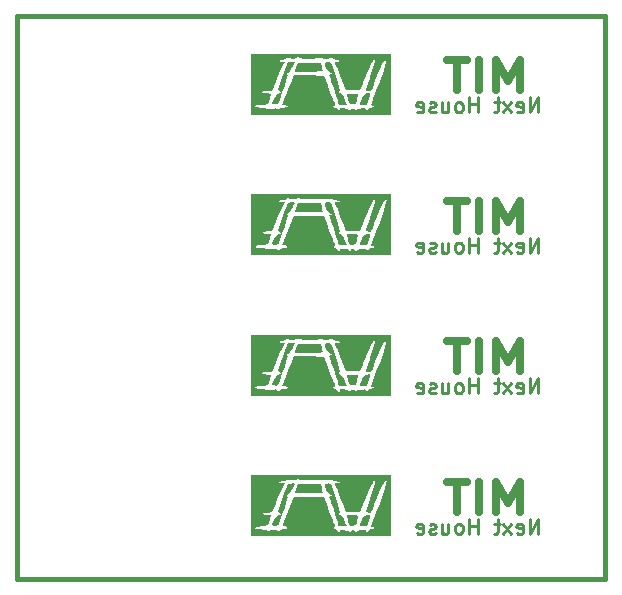
<source format=gbo>
G04 (created by PCBNEW-RS274X (2011-12-23 BZR 3325)-testing) date Sunday, March 18, 2012 02:45:14 AM*
G01*
G70*
G90*
%MOIN*%
G04 Gerber Fmt 3.4, Leading zero omitted, Abs format*
%FSLAX34Y34*%
G04 APERTURE LIST*
%ADD10C,0.006000*%
%ADD11C,0.015000*%
%ADD12C,0.025000*%
%ADD13C,0.010000*%
%ADD14C,0.000100*%
G04 APERTURE END LIST*
G54D10*
G54D11*
X64370Y-42913D02*
X64370Y-24173D01*
X44764Y-42913D02*
X64370Y-42913D01*
X44764Y-24173D02*
X44764Y-42913D01*
X44764Y-24173D02*
X64370Y-24173D01*
G54D12*
X61536Y-26626D02*
X61536Y-25626D01*
X61136Y-26340D01*
X60736Y-25626D01*
X60736Y-26626D01*
X60165Y-26626D02*
X60165Y-25626D01*
X59766Y-25626D02*
X59080Y-25626D01*
X59423Y-26626D02*
X59423Y-25626D01*
G54D13*
X62142Y-27367D02*
X62142Y-26867D01*
X61856Y-27367D01*
X61856Y-26867D01*
X61427Y-27344D02*
X61475Y-27367D01*
X61570Y-27367D01*
X61618Y-27344D01*
X61642Y-27296D01*
X61642Y-27105D01*
X61618Y-27058D01*
X61570Y-27034D01*
X61475Y-27034D01*
X61427Y-27058D01*
X61404Y-27105D01*
X61404Y-27153D01*
X61642Y-27201D01*
X61237Y-27367D02*
X60975Y-27034D01*
X61237Y-27034D02*
X60975Y-27367D01*
X60855Y-27034D02*
X60665Y-27034D01*
X60784Y-26867D02*
X60784Y-27296D01*
X60760Y-27344D01*
X60713Y-27367D01*
X60665Y-27367D01*
X60117Y-27367D02*
X60117Y-26867D01*
X60117Y-27105D02*
X59831Y-27105D01*
X59831Y-27367D02*
X59831Y-26867D01*
X59522Y-27367D02*
X59569Y-27344D01*
X59593Y-27320D01*
X59617Y-27272D01*
X59617Y-27129D01*
X59593Y-27082D01*
X59569Y-27058D01*
X59522Y-27034D01*
X59450Y-27034D01*
X59402Y-27058D01*
X59379Y-27082D01*
X59355Y-27129D01*
X59355Y-27272D01*
X59379Y-27320D01*
X59402Y-27344D01*
X59450Y-27367D01*
X59522Y-27367D01*
X58927Y-27034D02*
X58927Y-27367D01*
X59141Y-27034D02*
X59141Y-27296D01*
X59117Y-27344D01*
X59070Y-27367D01*
X58998Y-27367D01*
X58950Y-27344D01*
X58927Y-27320D01*
X58713Y-27344D02*
X58665Y-27367D01*
X58570Y-27367D01*
X58522Y-27344D01*
X58498Y-27296D01*
X58498Y-27272D01*
X58522Y-27225D01*
X58570Y-27201D01*
X58641Y-27201D01*
X58689Y-27177D01*
X58713Y-27129D01*
X58713Y-27105D01*
X58689Y-27058D01*
X58641Y-27034D01*
X58570Y-27034D01*
X58522Y-27058D01*
X58093Y-27344D02*
X58141Y-27367D01*
X58236Y-27367D01*
X58284Y-27344D01*
X58308Y-27296D01*
X58308Y-27105D01*
X58284Y-27058D01*
X58236Y-27034D01*
X58141Y-27034D01*
X58093Y-27058D01*
X58070Y-27105D01*
X58070Y-27153D01*
X58308Y-27201D01*
G54D12*
X61536Y-31311D02*
X61536Y-30311D01*
X61136Y-31025D01*
X60736Y-30311D01*
X60736Y-31311D01*
X60165Y-31311D02*
X60165Y-30311D01*
X59766Y-30311D02*
X59080Y-30311D01*
X59423Y-31311D02*
X59423Y-30311D01*
G54D13*
X62142Y-32052D02*
X62142Y-31552D01*
X61856Y-32052D01*
X61856Y-31552D01*
X61427Y-32029D02*
X61475Y-32052D01*
X61570Y-32052D01*
X61618Y-32029D01*
X61642Y-31981D01*
X61642Y-31790D01*
X61618Y-31743D01*
X61570Y-31719D01*
X61475Y-31719D01*
X61427Y-31743D01*
X61404Y-31790D01*
X61404Y-31838D01*
X61642Y-31886D01*
X61237Y-32052D02*
X60975Y-31719D01*
X61237Y-31719D02*
X60975Y-32052D01*
X60855Y-31719D02*
X60665Y-31719D01*
X60784Y-31552D02*
X60784Y-31981D01*
X60760Y-32029D01*
X60713Y-32052D01*
X60665Y-32052D01*
X60117Y-32052D02*
X60117Y-31552D01*
X60117Y-31790D02*
X59831Y-31790D01*
X59831Y-32052D02*
X59831Y-31552D01*
X59522Y-32052D02*
X59569Y-32029D01*
X59593Y-32005D01*
X59617Y-31957D01*
X59617Y-31814D01*
X59593Y-31767D01*
X59569Y-31743D01*
X59522Y-31719D01*
X59450Y-31719D01*
X59402Y-31743D01*
X59379Y-31767D01*
X59355Y-31814D01*
X59355Y-31957D01*
X59379Y-32005D01*
X59402Y-32029D01*
X59450Y-32052D01*
X59522Y-32052D01*
X58927Y-31719D02*
X58927Y-32052D01*
X59141Y-31719D02*
X59141Y-31981D01*
X59117Y-32029D01*
X59070Y-32052D01*
X58998Y-32052D01*
X58950Y-32029D01*
X58927Y-32005D01*
X58713Y-32029D02*
X58665Y-32052D01*
X58570Y-32052D01*
X58522Y-32029D01*
X58498Y-31981D01*
X58498Y-31957D01*
X58522Y-31910D01*
X58570Y-31886D01*
X58641Y-31886D01*
X58689Y-31862D01*
X58713Y-31814D01*
X58713Y-31790D01*
X58689Y-31743D01*
X58641Y-31719D01*
X58570Y-31719D01*
X58522Y-31743D01*
X58093Y-32029D02*
X58141Y-32052D01*
X58236Y-32052D01*
X58284Y-32029D01*
X58308Y-31981D01*
X58308Y-31790D01*
X58284Y-31743D01*
X58236Y-31719D01*
X58141Y-31719D01*
X58093Y-31743D01*
X58070Y-31790D01*
X58070Y-31838D01*
X58308Y-31886D01*
G54D12*
X61536Y-35996D02*
X61536Y-34996D01*
X61136Y-35710D01*
X60736Y-34996D01*
X60736Y-35996D01*
X60165Y-35996D02*
X60165Y-34996D01*
X59766Y-34996D02*
X59080Y-34996D01*
X59423Y-35996D02*
X59423Y-34996D01*
G54D13*
X62142Y-36737D02*
X62142Y-36237D01*
X61856Y-36737D01*
X61856Y-36237D01*
X61427Y-36714D02*
X61475Y-36737D01*
X61570Y-36737D01*
X61618Y-36714D01*
X61642Y-36666D01*
X61642Y-36475D01*
X61618Y-36428D01*
X61570Y-36404D01*
X61475Y-36404D01*
X61427Y-36428D01*
X61404Y-36475D01*
X61404Y-36523D01*
X61642Y-36571D01*
X61237Y-36737D02*
X60975Y-36404D01*
X61237Y-36404D02*
X60975Y-36737D01*
X60855Y-36404D02*
X60665Y-36404D01*
X60784Y-36237D02*
X60784Y-36666D01*
X60760Y-36714D01*
X60713Y-36737D01*
X60665Y-36737D01*
X60117Y-36737D02*
X60117Y-36237D01*
X60117Y-36475D02*
X59831Y-36475D01*
X59831Y-36737D02*
X59831Y-36237D01*
X59522Y-36737D02*
X59569Y-36714D01*
X59593Y-36690D01*
X59617Y-36642D01*
X59617Y-36499D01*
X59593Y-36452D01*
X59569Y-36428D01*
X59522Y-36404D01*
X59450Y-36404D01*
X59402Y-36428D01*
X59379Y-36452D01*
X59355Y-36499D01*
X59355Y-36642D01*
X59379Y-36690D01*
X59402Y-36714D01*
X59450Y-36737D01*
X59522Y-36737D01*
X58927Y-36404D02*
X58927Y-36737D01*
X59141Y-36404D02*
X59141Y-36666D01*
X59117Y-36714D01*
X59070Y-36737D01*
X58998Y-36737D01*
X58950Y-36714D01*
X58927Y-36690D01*
X58713Y-36714D02*
X58665Y-36737D01*
X58570Y-36737D01*
X58522Y-36714D01*
X58498Y-36666D01*
X58498Y-36642D01*
X58522Y-36595D01*
X58570Y-36571D01*
X58641Y-36571D01*
X58689Y-36547D01*
X58713Y-36499D01*
X58713Y-36475D01*
X58689Y-36428D01*
X58641Y-36404D01*
X58570Y-36404D01*
X58522Y-36428D01*
X58093Y-36714D02*
X58141Y-36737D01*
X58236Y-36737D01*
X58284Y-36714D01*
X58308Y-36666D01*
X58308Y-36475D01*
X58284Y-36428D01*
X58236Y-36404D01*
X58141Y-36404D01*
X58093Y-36428D01*
X58070Y-36475D01*
X58070Y-36523D01*
X58308Y-36571D01*
G54D12*
X61536Y-40681D02*
X61536Y-39681D01*
X61136Y-40395D01*
X60736Y-39681D01*
X60736Y-40681D01*
X60165Y-40681D02*
X60165Y-39681D01*
X59766Y-39681D02*
X59080Y-39681D01*
X59423Y-40681D02*
X59423Y-39681D01*
G54D13*
X62142Y-41422D02*
X62142Y-40922D01*
X61856Y-41422D01*
X61856Y-40922D01*
X61427Y-41399D02*
X61475Y-41422D01*
X61570Y-41422D01*
X61618Y-41399D01*
X61642Y-41351D01*
X61642Y-41160D01*
X61618Y-41113D01*
X61570Y-41089D01*
X61475Y-41089D01*
X61427Y-41113D01*
X61404Y-41160D01*
X61404Y-41208D01*
X61642Y-41256D01*
X61237Y-41422D02*
X60975Y-41089D01*
X61237Y-41089D02*
X60975Y-41422D01*
X60855Y-41089D02*
X60665Y-41089D01*
X60784Y-40922D02*
X60784Y-41351D01*
X60760Y-41399D01*
X60713Y-41422D01*
X60665Y-41422D01*
X60117Y-41422D02*
X60117Y-40922D01*
X60117Y-41160D02*
X59831Y-41160D01*
X59831Y-41422D02*
X59831Y-40922D01*
X59522Y-41422D02*
X59569Y-41399D01*
X59593Y-41375D01*
X59617Y-41327D01*
X59617Y-41184D01*
X59593Y-41137D01*
X59569Y-41113D01*
X59522Y-41089D01*
X59450Y-41089D01*
X59402Y-41113D01*
X59379Y-41137D01*
X59355Y-41184D01*
X59355Y-41327D01*
X59379Y-41375D01*
X59402Y-41399D01*
X59450Y-41422D01*
X59522Y-41422D01*
X58927Y-41089D02*
X58927Y-41422D01*
X59141Y-41089D02*
X59141Y-41351D01*
X59117Y-41399D01*
X59070Y-41422D01*
X58998Y-41422D01*
X58950Y-41399D01*
X58927Y-41375D01*
X58713Y-41399D02*
X58665Y-41422D01*
X58570Y-41422D01*
X58522Y-41399D01*
X58498Y-41351D01*
X58498Y-41327D01*
X58522Y-41280D01*
X58570Y-41256D01*
X58641Y-41256D01*
X58689Y-41232D01*
X58713Y-41184D01*
X58713Y-41160D01*
X58689Y-41113D01*
X58641Y-41089D01*
X58570Y-41089D01*
X58522Y-41113D01*
X58093Y-41399D02*
X58141Y-41422D01*
X58236Y-41422D01*
X58284Y-41399D01*
X58308Y-41351D01*
X58308Y-41160D01*
X58284Y-41113D01*
X58236Y-41089D01*
X58141Y-41089D01*
X58093Y-41113D01*
X58070Y-41160D01*
X58070Y-41208D01*
X58308Y-41256D01*
G54D14*
G36*
X57215Y-27450D02*
X57087Y-27450D01*
X57087Y-25596D01*
X57083Y-25552D01*
X57078Y-25550D01*
X57049Y-25579D01*
X57001Y-25658D01*
X56939Y-25774D01*
X56869Y-25917D01*
X56797Y-26075D01*
X56729Y-26234D01*
X56671Y-26385D01*
X56658Y-26418D01*
X56612Y-26546D01*
X56577Y-26622D01*
X56547Y-26658D01*
X56513Y-26666D01*
X56482Y-26660D01*
X56417Y-26644D01*
X56393Y-26636D01*
X56400Y-26605D01*
X56426Y-26523D01*
X56465Y-26400D01*
X56515Y-26248D01*
X56532Y-26200D01*
X56607Y-25969D01*
X56661Y-25795D01*
X56693Y-25672D01*
X56706Y-25595D01*
X56701Y-25556D01*
X56689Y-25550D01*
X56663Y-25579D01*
X56617Y-25657D01*
X56557Y-25773D01*
X56490Y-25914D01*
X56420Y-26068D01*
X56355Y-26223D01*
X56298Y-26366D01*
X56279Y-26420D01*
X56204Y-26635D01*
X55962Y-26637D01*
X55720Y-26639D01*
X55630Y-26386D01*
X55571Y-26227D01*
X55504Y-26058D01*
X55445Y-25920D01*
X55397Y-25813D01*
X55363Y-25733D01*
X55349Y-25696D01*
X55349Y-25695D01*
X55378Y-25687D01*
X55448Y-25683D01*
X55450Y-25683D01*
X55517Y-25674D01*
X55532Y-25651D01*
X55532Y-25650D01*
X55487Y-25626D01*
X55409Y-25616D01*
X55317Y-25597D01*
X55262Y-25558D01*
X55227Y-25526D01*
X55216Y-25542D01*
X55187Y-25568D01*
X55115Y-25581D01*
X55026Y-25582D01*
X54942Y-25569D01*
X54889Y-25543D01*
X54855Y-25520D01*
X54849Y-25543D01*
X54825Y-25563D01*
X54752Y-25575D01*
X54622Y-25582D01*
X54499Y-25583D01*
X54327Y-25581D01*
X54216Y-25572D01*
X54159Y-25557D01*
X54149Y-25543D01*
X54139Y-25520D01*
X54108Y-25543D01*
X54049Y-25571D01*
X53962Y-25582D01*
X53875Y-25576D01*
X53814Y-25554D01*
X53803Y-25542D01*
X53779Y-25524D01*
X53749Y-25558D01*
X53682Y-25605D01*
X53597Y-25617D01*
X53520Y-25625D01*
X53483Y-25646D01*
X53482Y-25650D01*
X53511Y-25673D01*
X53581Y-25683D01*
X53582Y-25683D01*
X53683Y-25683D01*
X53587Y-25875D01*
X53529Y-25998D01*
X53461Y-26155D01*
X53396Y-26317D01*
X53381Y-26357D01*
X53272Y-26647D01*
X53102Y-26657D01*
X52990Y-26671D01*
X52939Y-26694D01*
X52951Y-26718D01*
X53027Y-26737D01*
X53086Y-26743D01*
X53241Y-26753D01*
X53194Y-26908D01*
X53153Y-27021D01*
X53103Y-27084D01*
X53024Y-27111D01*
X52915Y-27117D01*
X52804Y-27124D01*
X52729Y-27142D01*
X52698Y-27166D01*
X52723Y-27192D01*
X52732Y-27195D01*
X52802Y-27210D01*
X52899Y-27217D01*
X52910Y-27217D01*
X53002Y-27224D01*
X53069Y-27241D01*
X53074Y-27244D01*
X53130Y-27256D01*
X53225Y-27255D01*
X53282Y-27250D01*
X53383Y-27240D01*
X53433Y-27248D01*
X53449Y-27274D01*
X53450Y-27281D01*
X53456Y-27313D01*
X53482Y-27291D01*
X53495Y-27275D01*
X53561Y-27230D01*
X53624Y-27217D01*
X53722Y-27208D01*
X53782Y-27187D01*
X53791Y-27159D01*
X53776Y-27146D01*
X53707Y-27122D01*
X53659Y-27117D01*
X53624Y-27114D01*
X53610Y-27098D01*
X53618Y-27056D01*
X53651Y-26975D01*
X53697Y-26875D01*
X53768Y-26713D01*
X53843Y-26531D01*
X53901Y-26383D01*
X53995Y-26132D01*
X54493Y-26140D01*
X54992Y-26148D01*
X55115Y-26474D01*
X55176Y-26632D01*
X55237Y-26786D01*
X55289Y-26913D01*
X55310Y-26962D01*
X55355Y-27065D01*
X55375Y-27122D01*
X55372Y-27145D01*
X55347Y-27150D01*
X55330Y-27150D01*
X55295Y-27166D01*
X55299Y-27183D01*
X55346Y-27213D01*
X55372Y-27217D01*
X55433Y-27241D01*
X55469Y-27275D01*
X55503Y-27315D01*
X55513Y-27301D01*
X55514Y-27274D01*
X55524Y-27239D01*
X55564Y-27228D01*
X55652Y-27237D01*
X55657Y-27237D01*
X55755Y-27258D01*
X55827Y-27284D01*
X55840Y-27292D01*
X55876Y-27305D01*
X55882Y-27287D01*
X55907Y-27257D01*
X55961Y-27252D01*
X56012Y-27273D01*
X56027Y-27292D01*
X56051Y-27314D01*
X56071Y-27296D01*
X56118Y-27271D01*
X56207Y-27249D01*
X56254Y-27242D01*
X56349Y-27236D01*
X56391Y-27245D01*
X56392Y-27271D01*
X56394Y-27311D01*
X56408Y-27317D01*
X56448Y-27290D01*
X56461Y-27267D01*
X56505Y-27228D01*
X56562Y-27217D01*
X56633Y-27204D01*
X56665Y-27183D01*
X56658Y-27154D01*
X56636Y-27150D01*
X56594Y-27142D01*
X56575Y-27113D01*
X56582Y-27054D01*
X56614Y-26955D01*
X56675Y-26808D01*
X56694Y-26763D01*
X56774Y-26571D01*
X56851Y-26371D01*
X56922Y-26174D01*
X56984Y-25988D01*
X57035Y-25823D01*
X57070Y-25689D01*
X57087Y-25596D01*
X57087Y-27450D01*
X54882Y-27450D01*
X52549Y-27450D01*
X52549Y-26433D01*
X52549Y-25417D01*
X54882Y-25417D01*
X57215Y-25417D01*
X57215Y-26433D01*
X57215Y-27450D01*
X57215Y-27450D01*
X57215Y-27450D01*
G37*
G36*
X54015Y-25699D02*
X53998Y-25758D01*
X53956Y-25843D01*
X53901Y-25932D01*
X53845Y-26007D01*
X53802Y-26047D01*
X53794Y-26050D01*
X53759Y-26061D01*
X53776Y-26092D01*
X53783Y-26130D01*
X53772Y-26207D01*
X53739Y-26329D01*
X53684Y-26503D01*
X53642Y-26626D01*
X53576Y-26815D01*
X53526Y-26950D01*
X53485Y-27038D01*
X53448Y-27088D01*
X53408Y-27108D01*
X53361Y-27106D01*
X53310Y-27094D01*
X53280Y-27080D01*
X53276Y-27047D01*
X53298Y-26981D01*
X53326Y-26915D01*
X53380Y-26812D01*
X53429Y-26761D01*
X53472Y-26751D01*
X53542Y-26736D01*
X53564Y-26705D01*
X53531Y-26673D01*
X53513Y-26666D01*
X53464Y-26633D01*
X53469Y-26588D01*
X53489Y-26537D01*
X53525Y-26437D01*
X53573Y-26301D01*
X53628Y-26143D01*
X53637Y-26117D01*
X53779Y-25700D01*
X53897Y-25689D01*
X53975Y-25688D01*
X54014Y-25696D01*
X54015Y-25699D01*
X54015Y-25699D01*
X54015Y-25699D01*
G37*
G36*
X55749Y-27117D02*
X55616Y-27117D01*
X55532Y-27114D01*
X55485Y-27107D01*
X55482Y-27104D01*
X55472Y-27058D01*
X55445Y-26964D01*
X55407Y-26838D01*
X55362Y-26694D01*
X55316Y-26550D01*
X55272Y-26419D01*
X55236Y-26318D01*
X55219Y-26276D01*
X55154Y-26123D01*
X55226Y-26099D01*
X55299Y-26075D01*
X55223Y-26060D01*
X55151Y-26013D01*
X55075Y-25903D01*
X55066Y-25884D01*
X55019Y-25779D01*
X55017Y-25718D01*
X55062Y-25690D01*
X55160Y-25684D01*
X55190Y-25691D01*
X55218Y-25717D01*
X55249Y-25772D01*
X55287Y-25866D01*
X55336Y-26006D01*
X55386Y-26159D01*
X55451Y-26370D01*
X55494Y-26528D01*
X55513Y-26630D01*
X55509Y-26672D01*
X55505Y-26711D01*
X55543Y-26731D01*
X55605Y-26775D01*
X55625Y-26809D01*
X55648Y-26876D01*
X55686Y-26970D01*
X55695Y-26992D01*
X55749Y-27117D01*
X55749Y-27117D01*
X55749Y-27117D01*
G37*
G36*
X56142Y-26781D02*
X56136Y-26822D01*
X56135Y-26825D01*
X56111Y-26917D01*
X56094Y-26992D01*
X56057Y-27065D01*
X56014Y-27083D01*
X55935Y-27093D01*
X55907Y-27101D01*
X55872Y-27091D01*
X55838Y-27027D01*
X55809Y-26934D01*
X55757Y-26750D01*
X55957Y-26750D01*
X56067Y-26751D01*
X56124Y-26760D01*
X56142Y-26781D01*
X56142Y-26781D01*
X56142Y-26781D01*
G37*
G36*
X56538Y-26729D02*
X56533Y-26761D01*
X56513Y-26839D01*
X56488Y-26925D01*
X56455Y-27031D01*
X56426Y-27088D01*
X56386Y-27112D01*
X56321Y-27116D01*
X56307Y-27116D01*
X56226Y-27112D01*
X56184Y-27101D01*
X56182Y-27098D01*
X56194Y-27059D01*
X56225Y-26980D01*
X56251Y-26918D01*
X56300Y-26819D01*
X56348Y-26766D01*
X56412Y-26743D01*
X56426Y-26741D01*
X56501Y-26731D01*
X56538Y-26729D01*
X56538Y-26729D01*
X56538Y-26729D01*
G37*
G36*
X54948Y-25992D02*
X54917Y-26001D01*
X54831Y-26008D01*
X54702Y-26014D01*
X54543Y-26016D01*
X54484Y-26017D01*
X54019Y-26017D01*
X54070Y-25867D01*
X54121Y-25717D01*
X54500Y-25717D01*
X54879Y-25716D01*
X54913Y-25842D01*
X54936Y-25928D01*
X54948Y-25985D01*
X54948Y-25992D01*
X54948Y-25992D01*
X54948Y-25992D01*
G37*
G36*
X57215Y-32135D02*
X57087Y-32135D01*
X57087Y-30281D01*
X57083Y-30237D01*
X57078Y-30235D01*
X57049Y-30264D01*
X57001Y-30343D01*
X56939Y-30459D01*
X56869Y-30602D01*
X56797Y-30760D01*
X56729Y-30919D01*
X56671Y-31070D01*
X56658Y-31103D01*
X56612Y-31231D01*
X56577Y-31307D01*
X56547Y-31343D01*
X56513Y-31351D01*
X56482Y-31345D01*
X56417Y-31329D01*
X56393Y-31321D01*
X56400Y-31290D01*
X56426Y-31208D01*
X56465Y-31085D01*
X56515Y-30933D01*
X56532Y-30885D01*
X56607Y-30654D01*
X56661Y-30480D01*
X56693Y-30357D01*
X56706Y-30280D01*
X56701Y-30241D01*
X56689Y-30235D01*
X56663Y-30264D01*
X56617Y-30342D01*
X56557Y-30458D01*
X56490Y-30599D01*
X56420Y-30753D01*
X56355Y-30908D01*
X56298Y-31051D01*
X56279Y-31105D01*
X56204Y-31320D01*
X55962Y-31322D01*
X55720Y-31324D01*
X55630Y-31071D01*
X55571Y-30912D01*
X55504Y-30743D01*
X55445Y-30605D01*
X55397Y-30498D01*
X55363Y-30418D01*
X55349Y-30381D01*
X55349Y-30380D01*
X55378Y-30372D01*
X55448Y-30368D01*
X55450Y-30368D01*
X55517Y-30359D01*
X55532Y-30336D01*
X55532Y-30335D01*
X55487Y-30311D01*
X55409Y-30301D01*
X55317Y-30282D01*
X55262Y-30243D01*
X55227Y-30211D01*
X55216Y-30227D01*
X55187Y-30253D01*
X55115Y-30266D01*
X55026Y-30267D01*
X54942Y-30254D01*
X54889Y-30228D01*
X54855Y-30205D01*
X54849Y-30228D01*
X54825Y-30248D01*
X54752Y-30260D01*
X54622Y-30267D01*
X54499Y-30268D01*
X54327Y-30266D01*
X54216Y-30257D01*
X54159Y-30242D01*
X54149Y-30228D01*
X54139Y-30205D01*
X54108Y-30228D01*
X54049Y-30256D01*
X53962Y-30267D01*
X53875Y-30261D01*
X53814Y-30239D01*
X53803Y-30227D01*
X53779Y-30209D01*
X53749Y-30243D01*
X53682Y-30290D01*
X53597Y-30302D01*
X53520Y-30310D01*
X53483Y-30331D01*
X53482Y-30335D01*
X53511Y-30358D01*
X53581Y-30368D01*
X53582Y-30368D01*
X53683Y-30368D01*
X53587Y-30560D01*
X53529Y-30683D01*
X53461Y-30840D01*
X53396Y-31002D01*
X53381Y-31042D01*
X53272Y-31332D01*
X53102Y-31342D01*
X52990Y-31356D01*
X52939Y-31379D01*
X52951Y-31403D01*
X53027Y-31422D01*
X53086Y-31428D01*
X53241Y-31438D01*
X53194Y-31593D01*
X53153Y-31706D01*
X53103Y-31769D01*
X53024Y-31796D01*
X52915Y-31802D01*
X52804Y-31809D01*
X52729Y-31827D01*
X52698Y-31851D01*
X52723Y-31877D01*
X52732Y-31880D01*
X52802Y-31895D01*
X52899Y-31902D01*
X52910Y-31902D01*
X53002Y-31909D01*
X53069Y-31926D01*
X53074Y-31929D01*
X53130Y-31941D01*
X53225Y-31940D01*
X53282Y-31935D01*
X53383Y-31925D01*
X53433Y-31933D01*
X53449Y-31959D01*
X53450Y-31966D01*
X53456Y-31998D01*
X53482Y-31976D01*
X53495Y-31960D01*
X53561Y-31915D01*
X53624Y-31902D01*
X53722Y-31893D01*
X53782Y-31872D01*
X53791Y-31844D01*
X53776Y-31831D01*
X53707Y-31807D01*
X53659Y-31802D01*
X53624Y-31799D01*
X53610Y-31783D01*
X53618Y-31741D01*
X53651Y-31660D01*
X53697Y-31560D01*
X53768Y-31398D01*
X53843Y-31216D01*
X53901Y-31068D01*
X53995Y-30817D01*
X54493Y-30825D01*
X54992Y-30833D01*
X55115Y-31159D01*
X55176Y-31317D01*
X55237Y-31471D01*
X55289Y-31598D01*
X55310Y-31647D01*
X55355Y-31750D01*
X55375Y-31807D01*
X55372Y-31830D01*
X55347Y-31835D01*
X55330Y-31835D01*
X55295Y-31851D01*
X55299Y-31868D01*
X55346Y-31898D01*
X55372Y-31902D01*
X55433Y-31926D01*
X55469Y-31960D01*
X55503Y-32000D01*
X55513Y-31986D01*
X55514Y-31959D01*
X55524Y-31924D01*
X55564Y-31913D01*
X55652Y-31922D01*
X55657Y-31922D01*
X55755Y-31943D01*
X55827Y-31969D01*
X55840Y-31977D01*
X55876Y-31990D01*
X55882Y-31972D01*
X55907Y-31942D01*
X55961Y-31937D01*
X56012Y-31958D01*
X56027Y-31977D01*
X56051Y-31999D01*
X56071Y-31981D01*
X56118Y-31956D01*
X56207Y-31934D01*
X56254Y-31927D01*
X56349Y-31921D01*
X56391Y-31930D01*
X56392Y-31956D01*
X56394Y-31996D01*
X56408Y-32002D01*
X56448Y-31975D01*
X56461Y-31952D01*
X56505Y-31913D01*
X56562Y-31902D01*
X56633Y-31889D01*
X56665Y-31868D01*
X56658Y-31839D01*
X56636Y-31835D01*
X56594Y-31827D01*
X56575Y-31798D01*
X56582Y-31739D01*
X56614Y-31640D01*
X56675Y-31493D01*
X56694Y-31448D01*
X56774Y-31256D01*
X56851Y-31056D01*
X56922Y-30859D01*
X56984Y-30673D01*
X57035Y-30508D01*
X57070Y-30374D01*
X57087Y-30281D01*
X57087Y-32135D01*
X54882Y-32135D01*
X52549Y-32135D01*
X52549Y-31118D01*
X52549Y-30102D01*
X54882Y-30102D01*
X57215Y-30102D01*
X57215Y-31118D01*
X57215Y-32135D01*
X57215Y-32135D01*
X57215Y-32135D01*
G37*
G36*
X54015Y-30384D02*
X53998Y-30443D01*
X53956Y-30528D01*
X53901Y-30617D01*
X53845Y-30692D01*
X53802Y-30732D01*
X53794Y-30735D01*
X53759Y-30746D01*
X53776Y-30777D01*
X53783Y-30815D01*
X53772Y-30892D01*
X53739Y-31014D01*
X53684Y-31188D01*
X53642Y-31311D01*
X53576Y-31500D01*
X53526Y-31635D01*
X53485Y-31723D01*
X53448Y-31773D01*
X53408Y-31793D01*
X53361Y-31791D01*
X53310Y-31779D01*
X53280Y-31765D01*
X53276Y-31732D01*
X53298Y-31666D01*
X53326Y-31600D01*
X53380Y-31497D01*
X53429Y-31446D01*
X53472Y-31436D01*
X53542Y-31421D01*
X53564Y-31390D01*
X53531Y-31358D01*
X53513Y-31351D01*
X53464Y-31318D01*
X53469Y-31273D01*
X53489Y-31222D01*
X53525Y-31122D01*
X53573Y-30986D01*
X53628Y-30828D01*
X53637Y-30802D01*
X53779Y-30385D01*
X53897Y-30374D01*
X53975Y-30373D01*
X54014Y-30381D01*
X54015Y-30384D01*
X54015Y-30384D01*
X54015Y-30384D01*
G37*
G36*
X55749Y-31802D02*
X55616Y-31802D01*
X55532Y-31799D01*
X55485Y-31792D01*
X55482Y-31789D01*
X55472Y-31743D01*
X55445Y-31649D01*
X55407Y-31523D01*
X55362Y-31379D01*
X55316Y-31235D01*
X55272Y-31104D01*
X55236Y-31003D01*
X55219Y-30961D01*
X55154Y-30808D01*
X55226Y-30784D01*
X55299Y-30760D01*
X55223Y-30745D01*
X55151Y-30698D01*
X55075Y-30588D01*
X55066Y-30569D01*
X55019Y-30464D01*
X55017Y-30403D01*
X55062Y-30375D01*
X55160Y-30369D01*
X55190Y-30376D01*
X55218Y-30402D01*
X55249Y-30457D01*
X55287Y-30551D01*
X55336Y-30691D01*
X55386Y-30844D01*
X55451Y-31055D01*
X55494Y-31213D01*
X55513Y-31315D01*
X55509Y-31357D01*
X55505Y-31396D01*
X55543Y-31416D01*
X55605Y-31460D01*
X55625Y-31494D01*
X55648Y-31561D01*
X55686Y-31655D01*
X55695Y-31677D01*
X55749Y-31802D01*
X55749Y-31802D01*
X55749Y-31802D01*
G37*
G36*
X56142Y-31466D02*
X56136Y-31507D01*
X56135Y-31510D01*
X56111Y-31602D01*
X56094Y-31677D01*
X56057Y-31750D01*
X56014Y-31768D01*
X55935Y-31778D01*
X55907Y-31786D01*
X55872Y-31776D01*
X55838Y-31712D01*
X55809Y-31619D01*
X55757Y-31435D01*
X55957Y-31435D01*
X56067Y-31436D01*
X56124Y-31445D01*
X56142Y-31466D01*
X56142Y-31466D01*
X56142Y-31466D01*
G37*
G36*
X56538Y-31414D02*
X56533Y-31446D01*
X56513Y-31524D01*
X56488Y-31610D01*
X56455Y-31716D01*
X56426Y-31773D01*
X56386Y-31797D01*
X56321Y-31801D01*
X56307Y-31801D01*
X56226Y-31797D01*
X56184Y-31786D01*
X56182Y-31783D01*
X56194Y-31744D01*
X56225Y-31665D01*
X56251Y-31603D01*
X56300Y-31504D01*
X56348Y-31451D01*
X56412Y-31428D01*
X56426Y-31426D01*
X56501Y-31416D01*
X56538Y-31414D01*
X56538Y-31414D01*
X56538Y-31414D01*
G37*
G36*
X54948Y-30677D02*
X54917Y-30686D01*
X54831Y-30693D01*
X54702Y-30699D01*
X54543Y-30701D01*
X54484Y-30702D01*
X54019Y-30702D01*
X54070Y-30552D01*
X54121Y-30402D01*
X54500Y-30402D01*
X54879Y-30401D01*
X54913Y-30527D01*
X54936Y-30613D01*
X54948Y-30670D01*
X54948Y-30677D01*
X54948Y-30677D01*
X54948Y-30677D01*
G37*
G36*
X57215Y-36820D02*
X57087Y-36820D01*
X57087Y-34966D01*
X57083Y-34922D01*
X57078Y-34920D01*
X57049Y-34949D01*
X57001Y-35028D01*
X56939Y-35144D01*
X56869Y-35287D01*
X56797Y-35445D01*
X56729Y-35604D01*
X56671Y-35755D01*
X56658Y-35788D01*
X56612Y-35916D01*
X56577Y-35992D01*
X56547Y-36028D01*
X56513Y-36036D01*
X56482Y-36030D01*
X56417Y-36014D01*
X56393Y-36006D01*
X56400Y-35975D01*
X56426Y-35893D01*
X56465Y-35770D01*
X56515Y-35618D01*
X56532Y-35570D01*
X56607Y-35339D01*
X56661Y-35165D01*
X56693Y-35042D01*
X56706Y-34965D01*
X56701Y-34926D01*
X56689Y-34920D01*
X56663Y-34949D01*
X56617Y-35027D01*
X56557Y-35143D01*
X56490Y-35284D01*
X56420Y-35438D01*
X56355Y-35593D01*
X56298Y-35736D01*
X56279Y-35790D01*
X56204Y-36005D01*
X55962Y-36007D01*
X55720Y-36009D01*
X55630Y-35756D01*
X55571Y-35597D01*
X55504Y-35428D01*
X55445Y-35290D01*
X55397Y-35183D01*
X55363Y-35103D01*
X55349Y-35066D01*
X55349Y-35065D01*
X55378Y-35057D01*
X55448Y-35053D01*
X55450Y-35053D01*
X55517Y-35044D01*
X55532Y-35021D01*
X55532Y-35020D01*
X55487Y-34996D01*
X55409Y-34986D01*
X55317Y-34967D01*
X55262Y-34928D01*
X55227Y-34896D01*
X55216Y-34912D01*
X55187Y-34938D01*
X55115Y-34951D01*
X55026Y-34952D01*
X54942Y-34939D01*
X54889Y-34913D01*
X54855Y-34890D01*
X54849Y-34913D01*
X54825Y-34933D01*
X54752Y-34945D01*
X54622Y-34952D01*
X54499Y-34953D01*
X54327Y-34951D01*
X54216Y-34942D01*
X54159Y-34927D01*
X54149Y-34913D01*
X54139Y-34890D01*
X54108Y-34913D01*
X54049Y-34941D01*
X53962Y-34952D01*
X53875Y-34946D01*
X53814Y-34924D01*
X53803Y-34912D01*
X53779Y-34894D01*
X53749Y-34928D01*
X53682Y-34975D01*
X53597Y-34987D01*
X53520Y-34995D01*
X53483Y-35016D01*
X53482Y-35020D01*
X53511Y-35043D01*
X53581Y-35053D01*
X53582Y-35053D01*
X53683Y-35053D01*
X53587Y-35245D01*
X53529Y-35368D01*
X53461Y-35525D01*
X53396Y-35687D01*
X53381Y-35727D01*
X53272Y-36017D01*
X53102Y-36027D01*
X52990Y-36041D01*
X52939Y-36064D01*
X52951Y-36088D01*
X53027Y-36107D01*
X53086Y-36113D01*
X53241Y-36123D01*
X53194Y-36278D01*
X53153Y-36391D01*
X53103Y-36454D01*
X53024Y-36481D01*
X52915Y-36487D01*
X52804Y-36494D01*
X52729Y-36512D01*
X52698Y-36536D01*
X52723Y-36562D01*
X52732Y-36565D01*
X52802Y-36580D01*
X52899Y-36587D01*
X52910Y-36587D01*
X53002Y-36594D01*
X53069Y-36611D01*
X53074Y-36614D01*
X53130Y-36626D01*
X53225Y-36625D01*
X53282Y-36620D01*
X53383Y-36610D01*
X53433Y-36618D01*
X53449Y-36644D01*
X53450Y-36651D01*
X53456Y-36683D01*
X53482Y-36661D01*
X53495Y-36645D01*
X53561Y-36600D01*
X53624Y-36587D01*
X53722Y-36578D01*
X53782Y-36557D01*
X53791Y-36529D01*
X53776Y-36516D01*
X53707Y-36492D01*
X53659Y-36487D01*
X53624Y-36484D01*
X53610Y-36468D01*
X53618Y-36426D01*
X53651Y-36345D01*
X53697Y-36245D01*
X53768Y-36083D01*
X53843Y-35901D01*
X53901Y-35753D01*
X53995Y-35502D01*
X54493Y-35510D01*
X54992Y-35518D01*
X55115Y-35844D01*
X55176Y-36002D01*
X55237Y-36156D01*
X55289Y-36283D01*
X55310Y-36332D01*
X55355Y-36435D01*
X55375Y-36492D01*
X55372Y-36515D01*
X55347Y-36520D01*
X55330Y-36520D01*
X55295Y-36536D01*
X55299Y-36553D01*
X55346Y-36583D01*
X55372Y-36587D01*
X55433Y-36611D01*
X55469Y-36645D01*
X55503Y-36685D01*
X55513Y-36671D01*
X55514Y-36644D01*
X55524Y-36609D01*
X55564Y-36598D01*
X55652Y-36607D01*
X55657Y-36607D01*
X55755Y-36628D01*
X55827Y-36654D01*
X55840Y-36662D01*
X55876Y-36675D01*
X55882Y-36657D01*
X55907Y-36627D01*
X55961Y-36622D01*
X56012Y-36643D01*
X56027Y-36662D01*
X56051Y-36684D01*
X56071Y-36666D01*
X56118Y-36641D01*
X56207Y-36619D01*
X56254Y-36612D01*
X56349Y-36606D01*
X56391Y-36615D01*
X56392Y-36641D01*
X56394Y-36681D01*
X56408Y-36687D01*
X56448Y-36660D01*
X56461Y-36637D01*
X56505Y-36598D01*
X56562Y-36587D01*
X56633Y-36574D01*
X56665Y-36553D01*
X56658Y-36524D01*
X56636Y-36520D01*
X56594Y-36512D01*
X56575Y-36483D01*
X56582Y-36424D01*
X56614Y-36325D01*
X56675Y-36178D01*
X56694Y-36133D01*
X56774Y-35941D01*
X56851Y-35741D01*
X56922Y-35544D01*
X56984Y-35358D01*
X57035Y-35193D01*
X57070Y-35059D01*
X57087Y-34966D01*
X57087Y-36820D01*
X54882Y-36820D01*
X52549Y-36820D01*
X52549Y-35803D01*
X52549Y-34787D01*
X54882Y-34787D01*
X57215Y-34787D01*
X57215Y-35803D01*
X57215Y-36820D01*
X57215Y-36820D01*
X57215Y-36820D01*
G37*
G36*
X54015Y-35069D02*
X53998Y-35128D01*
X53956Y-35213D01*
X53901Y-35302D01*
X53845Y-35377D01*
X53802Y-35417D01*
X53794Y-35420D01*
X53759Y-35431D01*
X53776Y-35462D01*
X53783Y-35500D01*
X53772Y-35577D01*
X53739Y-35699D01*
X53684Y-35873D01*
X53642Y-35996D01*
X53576Y-36185D01*
X53526Y-36320D01*
X53485Y-36408D01*
X53448Y-36458D01*
X53408Y-36478D01*
X53361Y-36476D01*
X53310Y-36464D01*
X53280Y-36450D01*
X53276Y-36417D01*
X53298Y-36351D01*
X53326Y-36285D01*
X53380Y-36182D01*
X53429Y-36131D01*
X53472Y-36121D01*
X53542Y-36106D01*
X53564Y-36075D01*
X53531Y-36043D01*
X53513Y-36036D01*
X53464Y-36003D01*
X53469Y-35958D01*
X53489Y-35907D01*
X53525Y-35807D01*
X53573Y-35671D01*
X53628Y-35513D01*
X53637Y-35487D01*
X53779Y-35070D01*
X53897Y-35059D01*
X53975Y-35058D01*
X54014Y-35066D01*
X54015Y-35069D01*
X54015Y-35069D01*
X54015Y-35069D01*
G37*
G36*
X55749Y-36487D02*
X55616Y-36487D01*
X55532Y-36484D01*
X55485Y-36477D01*
X55482Y-36474D01*
X55472Y-36428D01*
X55445Y-36334D01*
X55407Y-36208D01*
X55362Y-36064D01*
X55316Y-35920D01*
X55272Y-35789D01*
X55236Y-35688D01*
X55219Y-35646D01*
X55154Y-35493D01*
X55226Y-35469D01*
X55299Y-35445D01*
X55223Y-35430D01*
X55151Y-35383D01*
X55075Y-35273D01*
X55066Y-35254D01*
X55019Y-35149D01*
X55017Y-35088D01*
X55062Y-35060D01*
X55160Y-35054D01*
X55190Y-35061D01*
X55218Y-35087D01*
X55249Y-35142D01*
X55287Y-35236D01*
X55336Y-35376D01*
X55386Y-35529D01*
X55451Y-35740D01*
X55494Y-35898D01*
X55513Y-36000D01*
X55509Y-36042D01*
X55505Y-36081D01*
X55543Y-36101D01*
X55605Y-36145D01*
X55625Y-36179D01*
X55648Y-36246D01*
X55686Y-36340D01*
X55695Y-36362D01*
X55749Y-36487D01*
X55749Y-36487D01*
X55749Y-36487D01*
G37*
G36*
X56142Y-36151D02*
X56136Y-36192D01*
X56135Y-36195D01*
X56111Y-36287D01*
X56094Y-36362D01*
X56057Y-36435D01*
X56014Y-36453D01*
X55935Y-36463D01*
X55907Y-36471D01*
X55872Y-36461D01*
X55838Y-36397D01*
X55809Y-36304D01*
X55757Y-36120D01*
X55957Y-36120D01*
X56067Y-36121D01*
X56124Y-36130D01*
X56142Y-36151D01*
X56142Y-36151D01*
X56142Y-36151D01*
G37*
G36*
X56538Y-36099D02*
X56533Y-36131D01*
X56513Y-36209D01*
X56488Y-36295D01*
X56455Y-36401D01*
X56426Y-36458D01*
X56386Y-36482D01*
X56321Y-36486D01*
X56307Y-36486D01*
X56226Y-36482D01*
X56184Y-36471D01*
X56182Y-36468D01*
X56194Y-36429D01*
X56225Y-36350D01*
X56251Y-36288D01*
X56300Y-36189D01*
X56348Y-36136D01*
X56412Y-36113D01*
X56426Y-36111D01*
X56501Y-36101D01*
X56538Y-36099D01*
X56538Y-36099D01*
X56538Y-36099D01*
G37*
G36*
X54948Y-35362D02*
X54917Y-35371D01*
X54831Y-35378D01*
X54702Y-35384D01*
X54543Y-35386D01*
X54484Y-35387D01*
X54019Y-35387D01*
X54070Y-35237D01*
X54121Y-35087D01*
X54500Y-35087D01*
X54879Y-35086D01*
X54913Y-35212D01*
X54936Y-35298D01*
X54948Y-35355D01*
X54948Y-35362D01*
X54948Y-35362D01*
X54948Y-35362D01*
G37*
G36*
X57215Y-41505D02*
X57087Y-41505D01*
X57087Y-39651D01*
X57083Y-39607D01*
X57078Y-39605D01*
X57049Y-39634D01*
X57001Y-39713D01*
X56939Y-39829D01*
X56869Y-39972D01*
X56797Y-40130D01*
X56729Y-40289D01*
X56671Y-40440D01*
X56658Y-40473D01*
X56612Y-40601D01*
X56577Y-40677D01*
X56547Y-40713D01*
X56513Y-40721D01*
X56482Y-40715D01*
X56417Y-40699D01*
X56393Y-40691D01*
X56400Y-40660D01*
X56426Y-40578D01*
X56465Y-40455D01*
X56515Y-40303D01*
X56532Y-40255D01*
X56607Y-40024D01*
X56661Y-39850D01*
X56693Y-39727D01*
X56706Y-39650D01*
X56701Y-39611D01*
X56689Y-39605D01*
X56663Y-39634D01*
X56617Y-39712D01*
X56557Y-39828D01*
X56490Y-39969D01*
X56420Y-40123D01*
X56355Y-40278D01*
X56298Y-40421D01*
X56279Y-40475D01*
X56204Y-40690D01*
X55962Y-40692D01*
X55720Y-40694D01*
X55630Y-40441D01*
X55571Y-40282D01*
X55504Y-40113D01*
X55445Y-39975D01*
X55397Y-39868D01*
X55363Y-39788D01*
X55349Y-39751D01*
X55349Y-39750D01*
X55378Y-39742D01*
X55448Y-39738D01*
X55450Y-39738D01*
X55517Y-39729D01*
X55532Y-39706D01*
X55532Y-39705D01*
X55487Y-39681D01*
X55409Y-39671D01*
X55317Y-39652D01*
X55262Y-39613D01*
X55227Y-39581D01*
X55216Y-39597D01*
X55187Y-39623D01*
X55115Y-39636D01*
X55026Y-39637D01*
X54942Y-39624D01*
X54889Y-39598D01*
X54855Y-39575D01*
X54849Y-39598D01*
X54825Y-39618D01*
X54752Y-39630D01*
X54622Y-39637D01*
X54499Y-39638D01*
X54327Y-39636D01*
X54216Y-39627D01*
X54159Y-39612D01*
X54149Y-39598D01*
X54139Y-39575D01*
X54108Y-39598D01*
X54049Y-39626D01*
X53962Y-39637D01*
X53875Y-39631D01*
X53814Y-39609D01*
X53803Y-39597D01*
X53779Y-39579D01*
X53749Y-39613D01*
X53682Y-39660D01*
X53597Y-39672D01*
X53520Y-39680D01*
X53483Y-39701D01*
X53482Y-39705D01*
X53511Y-39728D01*
X53581Y-39738D01*
X53582Y-39738D01*
X53683Y-39738D01*
X53587Y-39930D01*
X53529Y-40053D01*
X53461Y-40210D01*
X53396Y-40372D01*
X53381Y-40412D01*
X53272Y-40702D01*
X53102Y-40712D01*
X52990Y-40726D01*
X52939Y-40749D01*
X52951Y-40773D01*
X53027Y-40792D01*
X53086Y-40798D01*
X53241Y-40808D01*
X53194Y-40963D01*
X53153Y-41076D01*
X53103Y-41139D01*
X53024Y-41166D01*
X52915Y-41172D01*
X52804Y-41179D01*
X52729Y-41197D01*
X52698Y-41221D01*
X52723Y-41247D01*
X52732Y-41250D01*
X52802Y-41265D01*
X52899Y-41272D01*
X52910Y-41272D01*
X53002Y-41279D01*
X53069Y-41296D01*
X53074Y-41299D01*
X53130Y-41311D01*
X53225Y-41310D01*
X53282Y-41305D01*
X53383Y-41295D01*
X53433Y-41303D01*
X53449Y-41329D01*
X53450Y-41336D01*
X53456Y-41368D01*
X53482Y-41346D01*
X53495Y-41330D01*
X53561Y-41285D01*
X53624Y-41272D01*
X53722Y-41263D01*
X53782Y-41242D01*
X53791Y-41214D01*
X53776Y-41201D01*
X53707Y-41177D01*
X53659Y-41172D01*
X53624Y-41169D01*
X53610Y-41153D01*
X53618Y-41111D01*
X53651Y-41030D01*
X53697Y-40930D01*
X53768Y-40768D01*
X53843Y-40586D01*
X53901Y-40438D01*
X53995Y-40187D01*
X54493Y-40195D01*
X54992Y-40203D01*
X55115Y-40529D01*
X55176Y-40687D01*
X55237Y-40841D01*
X55289Y-40968D01*
X55310Y-41017D01*
X55355Y-41120D01*
X55375Y-41177D01*
X55372Y-41200D01*
X55347Y-41205D01*
X55330Y-41205D01*
X55295Y-41221D01*
X55299Y-41238D01*
X55346Y-41268D01*
X55372Y-41272D01*
X55433Y-41296D01*
X55469Y-41330D01*
X55503Y-41370D01*
X55513Y-41356D01*
X55514Y-41329D01*
X55524Y-41294D01*
X55564Y-41283D01*
X55652Y-41292D01*
X55657Y-41292D01*
X55755Y-41313D01*
X55827Y-41339D01*
X55840Y-41347D01*
X55876Y-41360D01*
X55882Y-41342D01*
X55907Y-41312D01*
X55961Y-41307D01*
X56012Y-41328D01*
X56027Y-41347D01*
X56051Y-41369D01*
X56071Y-41351D01*
X56118Y-41326D01*
X56207Y-41304D01*
X56254Y-41297D01*
X56349Y-41291D01*
X56391Y-41300D01*
X56392Y-41326D01*
X56394Y-41366D01*
X56408Y-41372D01*
X56448Y-41345D01*
X56461Y-41322D01*
X56505Y-41283D01*
X56562Y-41272D01*
X56633Y-41259D01*
X56665Y-41238D01*
X56658Y-41209D01*
X56636Y-41205D01*
X56594Y-41197D01*
X56575Y-41168D01*
X56582Y-41109D01*
X56614Y-41010D01*
X56675Y-40863D01*
X56694Y-40818D01*
X56774Y-40626D01*
X56851Y-40426D01*
X56922Y-40229D01*
X56984Y-40043D01*
X57035Y-39878D01*
X57070Y-39744D01*
X57087Y-39651D01*
X57087Y-41505D01*
X54882Y-41505D01*
X52549Y-41505D01*
X52549Y-40488D01*
X52549Y-39472D01*
X54882Y-39472D01*
X57215Y-39472D01*
X57215Y-40488D01*
X57215Y-41505D01*
X57215Y-41505D01*
X57215Y-41505D01*
G37*
G36*
X54015Y-39754D02*
X53998Y-39813D01*
X53956Y-39898D01*
X53901Y-39987D01*
X53845Y-40062D01*
X53802Y-40102D01*
X53794Y-40105D01*
X53759Y-40116D01*
X53776Y-40147D01*
X53783Y-40185D01*
X53772Y-40262D01*
X53739Y-40384D01*
X53684Y-40558D01*
X53642Y-40681D01*
X53576Y-40870D01*
X53526Y-41005D01*
X53485Y-41093D01*
X53448Y-41143D01*
X53408Y-41163D01*
X53361Y-41161D01*
X53310Y-41149D01*
X53280Y-41135D01*
X53276Y-41102D01*
X53298Y-41036D01*
X53326Y-40970D01*
X53380Y-40867D01*
X53429Y-40816D01*
X53472Y-40806D01*
X53542Y-40791D01*
X53564Y-40760D01*
X53531Y-40728D01*
X53513Y-40721D01*
X53464Y-40688D01*
X53469Y-40643D01*
X53489Y-40592D01*
X53525Y-40492D01*
X53573Y-40356D01*
X53628Y-40198D01*
X53637Y-40172D01*
X53779Y-39755D01*
X53897Y-39744D01*
X53975Y-39743D01*
X54014Y-39751D01*
X54015Y-39754D01*
X54015Y-39754D01*
X54015Y-39754D01*
G37*
G36*
X55749Y-41172D02*
X55616Y-41172D01*
X55532Y-41169D01*
X55485Y-41162D01*
X55482Y-41159D01*
X55472Y-41113D01*
X55445Y-41019D01*
X55407Y-40893D01*
X55362Y-40749D01*
X55316Y-40605D01*
X55272Y-40474D01*
X55236Y-40373D01*
X55219Y-40331D01*
X55154Y-40178D01*
X55226Y-40154D01*
X55299Y-40130D01*
X55223Y-40115D01*
X55151Y-40068D01*
X55075Y-39958D01*
X55066Y-39939D01*
X55019Y-39834D01*
X55017Y-39773D01*
X55062Y-39745D01*
X55160Y-39739D01*
X55190Y-39746D01*
X55218Y-39772D01*
X55249Y-39827D01*
X55287Y-39921D01*
X55336Y-40061D01*
X55386Y-40214D01*
X55451Y-40425D01*
X55494Y-40583D01*
X55513Y-40685D01*
X55509Y-40727D01*
X55505Y-40766D01*
X55543Y-40786D01*
X55605Y-40830D01*
X55625Y-40864D01*
X55648Y-40931D01*
X55686Y-41025D01*
X55695Y-41047D01*
X55749Y-41172D01*
X55749Y-41172D01*
X55749Y-41172D01*
G37*
G36*
X56142Y-40836D02*
X56136Y-40877D01*
X56135Y-40880D01*
X56111Y-40972D01*
X56094Y-41047D01*
X56057Y-41120D01*
X56014Y-41138D01*
X55935Y-41148D01*
X55907Y-41156D01*
X55872Y-41146D01*
X55838Y-41082D01*
X55809Y-40989D01*
X55757Y-40805D01*
X55957Y-40805D01*
X56067Y-40806D01*
X56124Y-40815D01*
X56142Y-40836D01*
X56142Y-40836D01*
X56142Y-40836D01*
G37*
G36*
X56538Y-40784D02*
X56533Y-40816D01*
X56513Y-40894D01*
X56488Y-40980D01*
X56455Y-41086D01*
X56426Y-41143D01*
X56386Y-41167D01*
X56321Y-41171D01*
X56307Y-41171D01*
X56226Y-41167D01*
X56184Y-41156D01*
X56182Y-41153D01*
X56194Y-41114D01*
X56225Y-41035D01*
X56251Y-40973D01*
X56300Y-40874D01*
X56348Y-40821D01*
X56412Y-40798D01*
X56426Y-40796D01*
X56501Y-40786D01*
X56538Y-40784D01*
X56538Y-40784D01*
X56538Y-40784D01*
G37*
G36*
X54948Y-40047D02*
X54917Y-40056D01*
X54831Y-40063D01*
X54702Y-40069D01*
X54543Y-40071D01*
X54484Y-40072D01*
X54019Y-40072D01*
X54070Y-39922D01*
X54121Y-39772D01*
X54500Y-39772D01*
X54879Y-39771D01*
X54913Y-39897D01*
X54936Y-39983D01*
X54948Y-40040D01*
X54948Y-40047D01*
X54948Y-40047D01*
X54948Y-40047D01*
G37*
M02*

</source>
